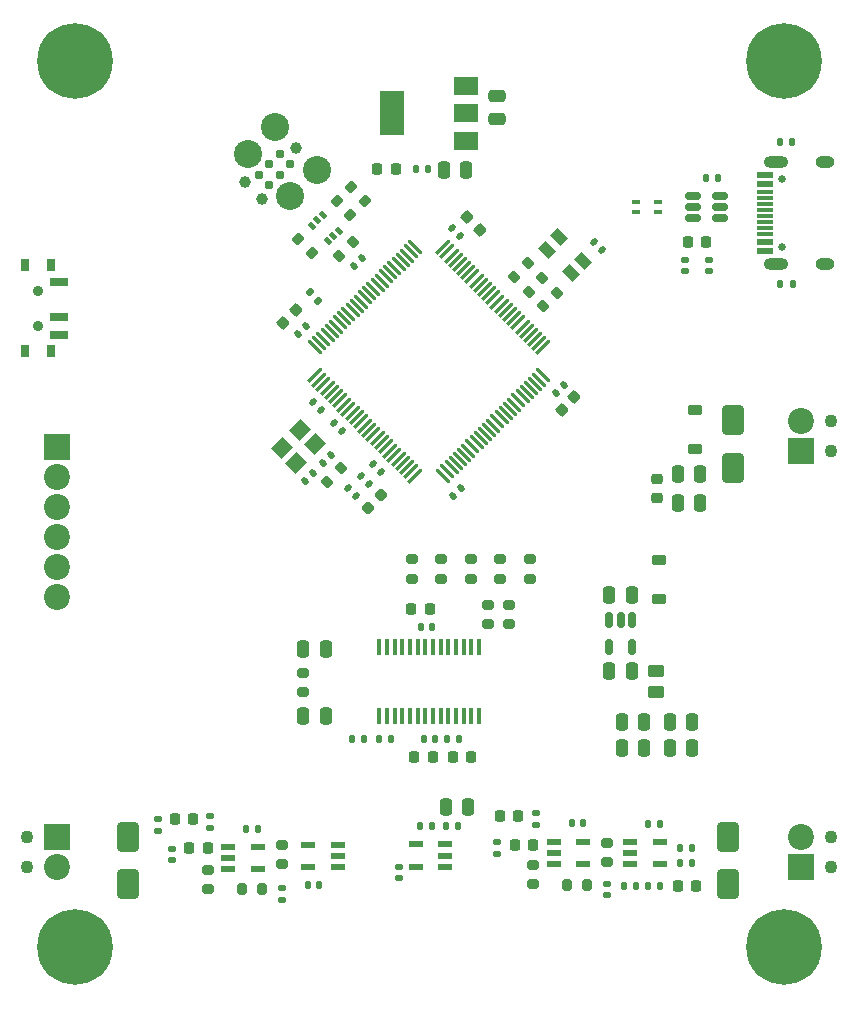
<source format=gbr>
%TF.GenerationSoftware,KiCad,Pcbnew,7.0.6-0*%
%TF.CreationDate,2024-09-28T22:57:35-04:00*%
%TF.ProjectId,GuitarFX,47756974-6172-4465-982e-6b696361645f,rev?*%
%TF.SameCoordinates,Original*%
%TF.FileFunction,Soldermask,Top*%
%TF.FilePolarity,Negative*%
%FSLAX46Y46*%
G04 Gerber Fmt 4.6, Leading zero omitted, Abs format (unit mm)*
G04 Created by KiCad (PCBNEW 7.0.6-0) date 2024-09-28 22:57:35*
%MOMM*%
%LPD*%
G01*
G04 APERTURE LIST*
G04 Aperture macros list*
%AMRoundRect*
0 Rectangle with rounded corners*
0 $1 Rounding radius*
0 $2 $3 $4 $5 $6 $7 $8 $9 X,Y pos of 4 corners*
0 Add a 4 corners polygon primitive as box body*
4,1,4,$2,$3,$4,$5,$6,$7,$8,$9,$2,$3,0*
0 Add four circle primitives for the rounded corners*
1,1,$1+$1,$2,$3*
1,1,$1+$1,$4,$5*
1,1,$1+$1,$6,$7*
1,1,$1+$1,$8,$9*
0 Add four rect primitives between the rounded corners*
20,1,$1+$1,$2,$3,$4,$5,0*
20,1,$1+$1,$4,$5,$6,$7,0*
20,1,$1+$1,$6,$7,$8,$9,0*
20,1,$1+$1,$8,$9,$2,$3,0*%
%AMRotRect*
0 Rectangle, with rotation*
0 The origin of the aperture is its center*
0 $1 length*
0 $2 width*
0 $3 Rotation angle, in degrees counterclockwise*
0 Add horizontal line*
21,1,$1,$2,0,0,$3*%
G04 Aperture macros list end*
%ADD10RoundRect,0.135000X0.135000X0.185000X-0.135000X0.185000X-0.135000X-0.185000X0.135000X-0.185000X0*%
%ADD11RoundRect,0.200000X0.053033X-0.335876X0.335876X-0.053033X-0.053033X0.335876X-0.335876X0.053033X0*%
%ADD12RotRect,1.400000X1.200000X225.000000*%
%ADD13RoundRect,0.200000X-0.275000X0.200000X-0.275000X-0.200000X0.275000X-0.200000X0.275000X0.200000X0*%
%ADD14C,0.800000*%
%ADD15C,6.400000*%
%ADD16RotRect,0.900000X1.200000X225.000000*%
%ADD17RoundRect,0.135000X0.185000X-0.135000X0.185000X0.135000X-0.185000X0.135000X-0.185000X-0.135000X0*%
%ADD18RoundRect,0.135000X-0.226274X-0.035355X-0.035355X-0.226274X0.226274X0.035355X0.035355X0.226274X0*%
%ADD19RoundRect,0.250000X0.250000X0.475000X-0.250000X0.475000X-0.250000X-0.475000X0.250000X-0.475000X0*%
%ADD20RoundRect,0.200000X0.335876X0.053033X0.053033X0.335876X-0.335876X-0.053033X-0.053033X-0.335876X0*%
%ADD21RoundRect,0.225000X0.375000X-0.225000X0.375000X0.225000X-0.375000X0.225000X-0.375000X-0.225000X0*%
%ADD22RoundRect,0.200000X0.275000X-0.200000X0.275000X0.200000X-0.275000X0.200000X-0.275000X-0.200000X0*%
%ADD23RoundRect,0.250000X-0.250000X-0.475000X0.250000X-0.475000X0.250000X0.475000X-0.250000X0.475000X0*%
%ADD24C,1.100000*%
%ADD25R,2.200000X2.200000*%
%ADD26C,2.200000*%
%ADD27RoundRect,0.135000X-0.135000X-0.185000X0.135000X-0.185000X0.135000X0.185000X-0.135000X0.185000X0*%
%ADD28RoundRect,0.218750X0.218750X0.256250X-0.218750X0.256250X-0.218750X-0.256250X0.218750X-0.256250X0*%
%ADD29RoundRect,0.140000X0.140000X0.170000X-0.140000X0.170000X-0.140000X-0.170000X0.140000X-0.170000X0*%
%ADD30RoundRect,0.140000X-0.170000X0.140000X-0.170000X-0.140000X0.170000X-0.140000X0.170000X0.140000X0*%
%ADD31R,0.750000X0.400000*%
%ADD32RoundRect,0.218750X-0.256250X0.218750X-0.256250X-0.218750X0.256250X-0.218750X0.256250X0.218750X0*%
%ADD33RoundRect,0.250000X-0.650000X1.000000X-0.650000X-1.000000X0.650000X-1.000000X0.650000X1.000000X0*%
%ADD34RoundRect,0.200000X0.200000X0.275000X-0.200000X0.275000X-0.200000X-0.275000X0.200000X-0.275000X0*%
%ADD35RoundRect,0.225000X-0.225000X-0.250000X0.225000X-0.250000X0.225000X0.250000X-0.225000X0.250000X0*%
%ADD36RoundRect,0.140000X0.021213X-0.219203X0.219203X-0.021213X-0.021213X0.219203X-0.219203X0.021213X0*%
%ADD37R,0.450000X1.475000*%
%ADD38R,1.200000X0.600000*%
%ADD39RoundRect,0.140000X-0.140000X-0.170000X0.140000X-0.170000X0.140000X0.170000X-0.140000X0.170000X0*%
%ADD40R,0.800000X1.000000*%
%ADD41C,0.900000*%
%ADD42R,1.500000X0.700000*%
%ADD43RoundRect,0.140000X-0.219203X-0.021213X-0.021213X-0.219203X0.219203X0.021213X0.021213X0.219203X0*%
%ADD44RoundRect,0.225000X0.225000X0.250000X-0.225000X0.250000X-0.225000X-0.250000X0.225000X-0.250000X0*%
%ADD45RoundRect,0.225000X0.335876X0.017678X0.017678X0.335876X-0.335876X-0.017678X-0.017678X-0.335876X0*%
%ADD46RoundRect,0.075000X-0.459619X-0.565685X0.565685X0.459619X0.459619X0.565685X-0.565685X-0.459619X0*%
%ADD47RoundRect,0.075000X0.459619X-0.565685X0.565685X-0.459619X-0.459619X0.565685X-0.565685X0.459619X0*%
%ADD48RoundRect,0.250000X-0.450000X0.262500X-0.450000X-0.262500X0.450000X-0.262500X0.450000X0.262500X0*%
%ADD49RoundRect,0.140000X0.219203X0.021213X0.021213X0.219203X-0.219203X-0.021213X-0.021213X-0.219203X0*%
%ADD50RoundRect,0.225000X0.017678X-0.335876X0.335876X-0.017678X-0.017678X0.335876X-0.335876X0.017678X0*%
%ADD51RoundRect,0.140000X-0.021213X0.219203X-0.219203X0.021213X0.021213X-0.219203X0.219203X-0.021213X0*%
%ADD52RoundRect,0.150000X0.512500X0.150000X-0.512500X0.150000X-0.512500X-0.150000X0.512500X-0.150000X0*%
%ADD53R,2.000000X1.500000*%
%ADD54R,2.000000X3.800000*%
%ADD55C,2.374900*%
%ADD56C,0.990600*%
%ADD57C,0.787400*%
%ADD58RoundRect,0.150000X-0.150000X0.512500X-0.150000X-0.512500X0.150000X-0.512500X0.150000X0.512500X0*%
%ADD59C,0.650000*%
%ADD60R,1.450000X0.600000*%
%ADD61R,1.450000X0.300000*%
%ADD62O,2.100000X1.000000*%
%ADD63O,1.600000X1.000000*%
%ADD64RoundRect,0.218750X-0.026517X0.335876X-0.335876X0.026517X0.026517X-0.335876X0.335876X-0.026517X0*%
%ADD65RotRect,0.650000X0.400000X135.000000*%
%ADD66RoundRect,0.250000X-0.475000X0.250000X-0.475000X-0.250000X0.475000X-0.250000X0.475000X0.250000X0*%
%ADD67RoundRect,0.218750X-0.218750X-0.256250X0.218750X-0.256250X0.218750X0.256250X-0.218750X0.256250X0*%
G04 APERTURE END LIST*
D10*
%TO.C,R202*%
X144900000Y-72650000D03*
X143880000Y-72650000D03*
%TD*%
D11*
%TO.C,R309*%
X154666637Y-84243363D03*
X155833363Y-83076637D03*
%TD*%
D12*
%TO.C,Y301*%
X134087366Y-94710553D03*
X132531731Y-96266188D03*
X133733812Y-97468269D03*
X135289447Y-95912634D03*
%TD*%
D11*
%TO.C,R302*%
X136356084Y-99135997D03*
X137522810Y-97969271D03*
%TD*%
D13*
%TO.C,R421*%
X132500000Y-129825000D03*
X132500000Y-131475000D03*
%TD*%
D14*
%TO.C,H102*%
X172600000Y-63500000D03*
X173302944Y-61802944D03*
X173302944Y-65197056D03*
X175000000Y-61100000D03*
D15*
X175000000Y-63500000D03*
D14*
X175000000Y-65900000D03*
X176697056Y-61802944D03*
X176697056Y-65197056D03*
X177400000Y-63500000D03*
%TD*%
D10*
%TO.C,R409*%
X167285000Y-131365000D03*
X166265000Y-131365000D03*
%TD*%
D16*
%TO.C,D303*%
X156022703Y-78407398D03*
X154997398Y-79432703D03*
X156977297Y-81412602D03*
X158002602Y-80387297D03*
%TD*%
D11*
%TO.C,R310*%
X153416637Y-82993363D03*
X154583363Y-81826637D03*
%TD*%
D17*
%TO.C,R427*%
X122000000Y-128650000D03*
X122000000Y-127630000D03*
%TD*%
D18*
%TO.C,R301*%
X134889376Y-83049376D03*
X135610624Y-83770624D03*
%TD*%
D19*
%TO.C,C203*%
X163200000Y-121660000D03*
X161300000Y-121660000D03*
%TD*%
D20*
%TO.C,R305*%
X139533363Y-75333363D03*
X138366637Y-74166637D03*
%TD*%
D14*
%TO.C,H103*%
X172600000Y-138500000D03*
X173302944Y-136802944D03*
X173302944Y-140197056D03*
X175000000Y-136100000D03*
D15*
X175000000Y-138500000D03*
D14*
X175000000Y-140900000D03*
X176697056Y-136802944D03*
X176697056Y-140197056D03*
X177400000Y-138500000D03*
%TD*%
D21*
%TO.C,D201*%
X164450000Y-109060000D03*
X164450000Y-105760000D03*
%TD*%
D22*
%TO.C,R407*%
X153775000Y-133165000D03*
X153775000Y-131515000D03*
%TD*%
D23*
%TO.C,C206*%
X166050000Y-100900000D03*
X167950000Y-100900000D03*
%TD*%
D24*
%TO.C,J402*%
X110960000Y-129160000D03*
X110960000Y-131700000D03*
D25*
X113500000Y-129160000D03*
D26*
X113500000Y-131700000D03*
%TD*%
D17*
%TO.C,R425*%
X126450000Y-128410000D03*
X126450000Y-127390000D03*
%TD*%
D13*
%TO.C,R411*%
X134350000Y-115275000D03*
X134350000Y-116925000D03*
%TD*%
D10*
%TO.C,R303*%
X175760000Y-82350000D03*
X174740000Y-82350000D03*
%TD*%
D27*
%TO.C,R401*%
X144190000Y-128260000D03*
X145210000Y-128260000D03*
%TD*%
D28*
%TO.C,FB302*%
X168475000Y-78800000D03*
X166900000Y-78800000D03*
%TD*%
D23*
%TO.C,C405*%
X146390000Y-126600000D03*
X148290000Y-126600000D03*
%TD*%
D29*
%TO.C,C429*%
X145230000Y-111410000D03*
X144270000Y-111410000D03*
%TD*%
D23*
%TO.C,C201*%
X165350000Y-119410000D03*
X167250000Y-119410000D03*
%TD*%
D19*
%TO.C,C204*%
X163200000Y-119410000D03*
X161300000Y-119410000D03*
%TD*%
D30*
%TO.C,C423*%
X132500000Y-133520000D03*
X132500000Y-134480000D03*
%TD*%
D31*
%TO.C,FL301*%
X164337500Y-76250000D03*
X164337500Y-75450000D03*
X162487500Y-75450000D03*
X162487500Y-76250000D03*
%TD*%
D32*
%TO.C,FB201*%
X164250000Y-98900000D03*
X164250000Y-100475000D03*
%TD*%
D27*
%TO.C,R429*%
X138490000Y-120910000D03*
X139510000Y-120910000D03*
%TD*%
D25*
%TO.C,J303*%
X113500000Y-96120000D03*
D26*
X113500000Y-98660000D03*
X113500000Y-101200000D03*
X113500000Y-103740000D03*
X113500000Y-106280000D03*
X113500000Y-108820000D03*
%TD*%
D33*
%TO.C,D401*%
X170300000Y-129182500D03*
X170300000Y-133182500D03*
%TD*%
D34*
%TO.C,R406*%
X158350000Y-133200000D03*
X156700000Y-133200000D03*
%TD*%
D13*
%TO.C,R420*%
X146000000Y-105675000D03*
X146000000Y-107325000D03*
%TD*%
D29*
%TO.C,C421*%
X130480000Y-128500000D03*
X129520000Y-128500000D03*
%TD*%
D14*
%TO.C,H104*%
X112600000Y-138500000D03*
X113302944Y-136802944D03*
X113302944Y-140197056D03*
X115000000Y-136100000D03*
D15*
X115000000Y-138500000D03*
D14*
X115000000Y-140900000D03*
X116697056Y-136802944D03*
X116697056Y-140197056D03*
X117400000Y-138500000D03*
%TD*%
D35*
%TO.C,C410*%
X152250000Y-129840000D03*
X153800000Y-129840000D03*
%TD*%
D36*
%TO.C,C316*%
X138660589Y-80805334D03*
X139339411Y-80126512D03*
%TD*%
D10*
%TO.C,R404*%
X167285000Y-130115000D03*
X166265000Y-130115000D03*
%TD*%
D37*
%TO.C,IC401*%
X149225000Y-113062000D03*
X148575000Y-113062000D03*
X147925000Y-113062000D03*
X147275000Y-113062000D03*
X146625000Y-113062000D03*
X145975000Y-113062000D03*
X145325000Y-113062000D03*
X144675000Y-113062000D03*
X144025000Y-113062000D03*
X143375000Y-113062000D03*
X142725000Y-113062000D03*
X142075000Y-113062000D03*
X141425000Y-113062000D03*
X140775000Y-113062000D03*
X140775000Y-118938000D03*
X141425000Y-118938000D03*
X142075000Y-118938000D03*
X142725000Y-118938000D03*
X143375000Y-118938000D03*
X144025000Y-118938000D03*
X144675000Y-118938000D03*
X145325000Y-118938000D03*
X145975000Y-118938000D03*
X146625000Y-118938000D03*
X147275000Y-118938000D03*
X147925000Y-118938000D03*
X148575000Y-118938000D03*
X149225000Y-118938000D03*
%TD*%
D30*
%TO.C,C419*%
X123250000Y-130200000D03*
X123250000Y-131160000D03*
%TD*%
%TO.C,C312*%
X166687500Y-80320000D03*
X166687500Y-81280000D03*
%TD*%
D35*
%TO.C,C407*%
X151000000Y-127400000D03*
X152550000Y-127400000D03*
%TD*%
D38*
%TO.C,U407*%
X128000000Y-130000000D03*
X128000000Y-130950000D03*
X128000000Y-131900000D03*
X130500000Y-131900000D03*
X130500000Y-130000000D03*
%TD*%
D36*
%TO.C,C315*%
X134471178Y-99028822D03*
X135150000Y-98350000D03*
%TD*%
D13*
%TO.C,R424*%
X148500000Y-105660000D03*
X148500000Y-107310000D03*
%TD*%
D35*
%TO.C,C408*%
X166025000Y-133300000D03*
X167575000Y-133300000D03*
%TD*%
D39*
%TO.C,C313*%
X168470000Y-73350000D03*
X169430000Y-73350000D03*
%TD*%
D13*
%TO.C,R405*%
X160025000Y-129660000D03*
X160025000Y-131310000D03*
%TD*%
D39*
%TO.C,C433*%
X144545000Y-120910000D03*
X145505000Y-120910000D03*
%TD*%
D30*
%TO.C,C311*%
X168687500Y-80320000D03*
X168687500Y-81280000D03*
%TD*%
D40*
%TO.C,SW301*%
X113000000Y-80760000D03*
X110790000Y-80760000D03*
D41*
X111890000Y-82910000D03*
X111890000Y-85910000D03*
D40*
X113000000Y-88060000D03*
X110790000Y-88060000D03*
D42*
X113650000Y-82160000D03*
X113650000Y-85160000D03*
X113650000Y-86660000D03*
%TD*%
D29*
%TO.C,C404*%
X158035000Y-128000000D03*
X157075000Y-128000000D03*
%TD*%
D30*
%TO.C,C401*%
X150775000Y-129610000D03*
X150775000Y-130570000D03*
%TD*%
D29*
%TO.C,C431*%
X147505000Y-120910000D03*
X146545000Y-120910000D03*
%TD*%
D34*
%TO.C,R422*%
X130825000Y-133550000D03*
X129175000Y-133550000D03*
%TD*%
D43*
%TO.C,C304*%
X146960589Y-77635589D03*
X147639411Y-78314411D03*
%TD*%
D44*
%TO.C,C430*%
X148525000Y-122410000D03*
X146975000Y-122410000D03*
%TD*%
D24*
%TO.C,J202*%
X179040000Y-96450000D03*
X179040000Y-93910000D03*
D25*
X176500000Y-96450000D03*
D26*
X176500000Y-93910000D03*
%TD*%
D14*
%TO.C,H101*%
X112600000Y-63500000D03*
X113302944Y-61802944D03*
X113302944Y-65197056D03*
X115000000Y-61100000D03*
D15*
X115000000Y-63500000D03*
D14*
X115000000Y-65900000D03*
X116697056Y-61802944D03*
X116697056Y-65197056D03*
X117400000Y-63500000D03*
%TD*%
D45*
%TO.C,C319*%
X149298008Y-77798008D03*
X148201992Y-76701992D03*
%TD*%
D13*
%TO.C,R428*%
X153500000Y-105675000D03*
X153500000Y-107325000D03*
%TD*%
D35*
%TO.C,C422*%
X123450000Y-127640000D03*
X125000000Y-127640000D03*
%TD*%
D10*
%TO.C,R304*%
X175710000Y-70350000D03*
X174690000Y-70350000D03*
%TD*%
D38*
%TO.C,U401*%
X146350000Y-131700000D03*
X146350000Y-130750000D03*
X146350000Y-129800000D03*
X143850000Y-129800000D03*
X143850000Y-131700000D03*
%TD*%
D24*
%TO.C,J401*%
X179040000Y-131680000D03*
X179040000Y-129140000D03*
D25*
X176500000Y-131680000D03*
D26*
X176500000Y-129140000D03*
%TD*%
D27*
%TO.C,R403*%
X146380000Y-128260000D03*
X147400000Y-128260000D03*
%TD*%
D39*
%TO.C,C420*%
X134750000Y-133200000D03*
X135710000Y-133200000D03*
%TD*%
D13*
%TO.C,R426*%
X143500000Y-105675000D03*
X143500000Y-107325000D03*
%TD*%
D46*
%TO.C,U302*%
X135330315Y-90094404D03*
X135683868Y-90447957D03*
X136037422Y-90801511D03*
X136390975Y-91155064D03*
X136744528Y-91508617D03*
X137098082Y-91862171D03*
X137451635Y-92215724D03*
X137805189Y-92569278D03*
X138158742Y-92922831D03*
X138512295Y-93276384D03*
X138865849Y-93629938D03*
X139219402Y-93983491D03*
X139572955Y-94337045D03*
X139926509Y-94690598D03*
X140280062Y-95044151D03*
X140633616Y-95397705D03*
X140987169Y-95751258D03*
X141340722Y-96104811D03*
X141694276Y-96458365D03*
X142047829Y-96811918D03*
X142401383Y-97165472D03*
X142754936Y-97519025D03*
X143108489Y-97872578D03*
X143462043Y-98226132D03*
X143815596Y-98579685D03*
D47*
X146184404Y-98579685D03*
X146537957Y-98226132D03*
X146891511Y-97872578D03*
X147245064Y-97519025D03*
X147598617Y-97165472D03*
X147952171Y-96811918D03*
X148305724Y-96458365D03*
X148659278Y-96104811D03*
X149012831Y-95751258D03*
X149366384Y-95397705D03*
X149719938Y-95044151D03*
X150073491Y-94690598D03*
X150427045Y-94337045D03*
X150780598Y-93983491D03*
X151134151Y-93629938D03*
X151487705Y-93276384D03*
X151841258Y-92922831D03*
X152194811Y-92569278D03*
X152548365Y-92215724D03*
X152901918Y-91862171D03*
X153255472Y-91508617D03*
X153609025Y-91155064D03*
X153962578Y-90801511D03*
X154316132Y-90447957D03*
X154669685Y-90094404D03*
D46*
X154669685Y-87725596D03*
X154316132Y-87372043D03*
X153962578Y-87018489D03*
X153609025Y-86664936D03*
X153255472Y-86311383D03*
X152901918Y-85957829D03*
X152548365Y-85604276D03*
X152194811Y-85250722D03*
X151841258Y-84897169D03*
X151487705Y-84543616D03*
X151134151Y-84190062D03*
X150780598Y-83836509D03*
X150427045Y-83482955D03*
X150073491Y-83129402D03*
X149719938Y-82775849D03*
X149366384Y-82422295D03*
X149012831Y-82068742D03*
X148659278Y-81715189D03*
X148305724Y-81361635D03*
X147952171Y-81008082D03*
X147598617Y-80654528D03*
X147245064Y-80300975D03*
X146891511Y-79947422D03*
X146537957Y-79593868D03*
X146184404Y-79240315D03*
D47*
X143815596Y-79240315D03*
X143462043Y-79593868D03*
X143108489Y-79947422D03*
X142754936Y-80300975D03*
X142401383Y-80654528D03*
X142047829Y-81008082D03*
X141694276Y-81361635D03*
X141340722Y-81715189D03*
X140987169Y-82068742D03*
X140633616Y-82422295D03*
X140280062Y-82775849D03*
X139926509Y-83129402D03*
X139572955Y-83482955D03*
X139219402Y-83836509D03*
X138865849Y-84190062D03*
X138512295Y-84543616D03*
X138158742Y-84897169D03*
X137805189Y-85250722D03*
X137451635Y-85604276D03*
X137098082Y-85957829D03*
X136744528Y-86311383D03*
X136390975Y-86664936D03*
X136037422Y-87018489D03*
X135683868Y-87372043D03*
X135330315Y-87725596D03*
%TD*%
D48*
%TO.C,R201*%
X164200000Y-115087500D03*
X164200000Y-116912500D03*
%TD*%
D38*
%TO.C,U402*%
X162025000Y-129600000D03*
X162025000Y-130550000D03*
X162025000Y-131500000D03*
X164525000Y-131500000D03*
X164525000Y-129600000D03*
%TD*%
D49*
%TO.C,C309*%
X139900000Y-99250000D03*
X139221178Y-98571178D03*
%TD*%
D35*
%TO.C,C432*%
X143750000Y-122410000D03*
X145300000Y-122410000D03*
%TD*%
D13*
%TO.C,R417*%
X151750000Y-109500000D03*
X151750000Y-111150000D03*
%TD*%
D10*
%TO.C,R402*%
X162535000Y-133300000D03*
X161515000Y-133300000D03*
%TD*%
D38*
%TO.C,U406*%
X137250000Y-131730000D03*
X137250000Y-130780000D03*
X137250000Y-129830000D03*
X134750000Y-129830000D03*
X134750000Y-131730000D03*
%TD*%
D20*
%TO.C,R306*%
X138334350Y-76514478D03*
X137167624Y-75347752D03*
%TD*%
D50*
%TO.C,C318*%
X156201992Y-92998008D03*
X157298008Y-91901992D03*
%TD*%
D38*
%TO.C,U403*%
X155525000Y-129600000D03*
X155525000Y-130550000D03*
X155525000Y-131500000D03*
X158025000Y-131500000D03*
X158025000Y-129600000D03*
%TD*%
D51*
%TO.C,C314*%
X136650000Y-96850000D03*
X135971178Y-97528822D03*
%TD*%
D23*
%TO.C,C411*%
X134350000Y-113250000D03*
X136250000Y-113250000D03*
%TD*%
D52*
%TO.C,U301*%
X169625000Y-76800000D03*
X169625000Y-75850000D03*
X169625000Y-74900000D03*
X167350000Y-74900000D03*
X167350000Y-75850000D03*
X167350000Y-76800000D03*
%TD*%
D17*
%TO.C,R408*%
X154000000Y-128160000D03*
X154000000Y-127140000D03*
%TD*%
D49*
%TO.C,C303*%
X135839411Y-93039411D03*
X135160589Y-92360589D03*
%TD*%
%TO.C,C307*%
X137639411Y-94789411D03*
X136960589Y-94110589D03*
%TD*%
D33*
%TO.C,D203*%
X170750000Y-93900000D03*
X170750000Y-97900000D03*
%TD*%
D51*
%TO.C,C306*%
X156400000Y-90900000D03*
X155721178Y-91578822D03*
%TD*%
D49*
%TO.C,C317*%
X159589411Y-79499411D03*
X158910589Y-78820589D03*
%TD*%
D44*
%TO.C,C428*%
X145025000Y-109910000D03*
X143475000Y-109910000D03*
%TD*%
D29*
%TO.C,C406*%
X164505000Y-133300000D03*
X163545000Y-133300000D03*
%TD*%
D30*
%TO.C,C409*%
X160025000Y-133150000D03*
X160025000Y-134110000D03*
%TD*%
D53*
%TO.C,U202*%
X148150000Y-70210000D03*
X148150000Y-67910000D03*
D54*
X141850000Y-67910000D03*
D53*
X148150000Y-65610000D03*
%TD*%
D23*
%TO.C,C205*%
X166050000Y-98400000D03*
X167950000Y-98400000D03*
%TD*%
D13*
%TO.C,R419*%
X151000000Y-105660000D03*
X151000000Y-107310000D03*
%TD*%
D19*
%TO.C,C207*%
X162150000Y-108660000D03*
X160250000Y-108660000D03*
%TD*%
D35*
%TO.C,C424*%
X124700000Y-130100000D03*
X126250000Y-130100000D03*
%TD*%
D36*
%TO.C,C302*%
X133860589Y-86589411D03*
X134539411Y-85910589D03*
%TD*%
D21*
%TO.C,D202*%
X167500000Y-96300000D03*
X167500000Y-93000000D03*
%TD*%
D10*
%TO.C,R410*%
X141760000Y-120910000D03*
X140740000Y-120910000D03*
%TD*%
D55*
%TO.C,J302*%
X135495064Y-72664936D03*
D56*
X133699013Y-70868885D03*
D55*
X131902962Y-69072834D03*
X133250000Y-74910000D03*
X129657898Y-71317898D03*
D56*
X130825331Y-75179408D03*
X129388490Y-73742567D03*
D57*
X132351975Y-71317898D03*
X133250000Y-72215923D03*
X131453949Y-72215923D03*
X132351975Y-73113949D03*
X130555924Y-73113949D03*
X131453949Y-74011974D03*
%TD*%
D58*
%TO.C,U201*%
X162150000Y-110772500D03*
X161200000Y-110772500D03*
X160250000Y-110772500D03*
X160250000Y-113047500D03*
X162150000Y-113047500D03*
%TD*%
D59*
%TO.C,J301*%
X174850000Y-79240000D03*
X174850000Y-73460000D03*
D60*
X173405000Y-79600000D03*
X173405000Y-78800000D03*
D61*
X173405000Y-77600000D03*
X173405000Y-76600000D03*
X173405000Y-76100000D03*
X173405000Y-75100000D03*
D60*
X173405000Y-73900000D03*
X173405000Y-73100000D03*
X173405000Y-73100000D03*
X173405000Y-73900000D03*
D61*
X173405000Y-74600000D03*
X173405000Y-75600000D03*
X173405000Y-77100000D03*
X173405000Y-78100000D03*
D60*
X173405000Y-78800000D03*
X173405000Y-79600000D03*
D62*
X174320000Y-80670000D03*
D63*
X178500000Y-80670000D03*
D62*
X174320000Y-72030000D03*
D63*
X178500000Y-72030000D03*
%TD*%
D49*
%TO.C,C310*%
X138789411Y-100289411D03*
X138110589Y-99610589D03*
%TD*%
D33*
%TO.C,D403*%
X119500000Y-129150000D03*
X119500000Y-133150000D03*
%TD*%
D64*
%TO.C,FB301*%
X140956847Y-100193153D03*
X139843153Y-101306847D03*
%TD*%
D30*
%TO.C,C402*%
X142400000Y-131720000D03*
X142400000Y-132680000D03*
%TD*%
D20*
%TO.C,R307*%
X135083363Y-79733363D03*
X133916637Y-78566637D03*
%TD*%
D23*
%TO.C,C202*%
X165350000Y-121660000D03*
X167250000Y-121660000D03*
%TD*%
%TO.C,C209*%
X146250000Y-72660000D03*
X148150000Y-72660000D03*
%TD*%
D49*
%TO.C,C308*%
X140914411Y-98289411D03*
X140235589Y-97610589D03*
%TD*%
D11*
%TO.C,R308*%
X137365650Y-79952248D03*
X138532376Y-78785522D03*
%TD*%
D22*
%TO.C,R423*%
X126250000Y-133575000D03*
X126250000Y-131925000D03*
%TD*%
D65*
%TO.C,D302*%
X136411145Y-78750256D03*
X136870764Y-78290636D03*
X137330384Y-77831017D03*
X135986881Y-76487514D03*
X135527262Y-76947134D03*
X135067642Y-77406753D03*
%TD*%
D29*
%TO.C,C403*%
X164505000Y-128050000D03*
X163545000Y-128050000D03*
%TD*%
D23*
%TO.C,C412*%
X134350000Y-118900000D03*
X136250000Y-118900000D03*
%TD*%
D50*
%TO.C,C301*%
X132587581Y-85637419D03*
X133683597Y-84541403D03*
%TD*%
D19*
%TO.C,C208*%
X162150000Y-115100000D03*
X160250000Y-115100000D03*
%TD*%
D66*
%TO.C,C210*%
X150750000Y-66460000D03*
X150750000Y-68360000D03*
%TD*%
D11*
%TO.C,R311*%
X152166637Y-81743363D03*
X153333363Y-80576637D03*
%TD*%
D13*
%TO.C,R418*%
X150000000Y-109500000D03*
X150000000Y-111150000D03*
%TD*%
D67*
%TO.C,D204*%
X140602500Y-72650000D03*
X142177500Y-72650000D03*
%TD*%
D51*
%TO.C,C305*%
X147689411Y-99610589D03*
X147010589Y-100289411D03*
%TD*%
M02*

</source>
